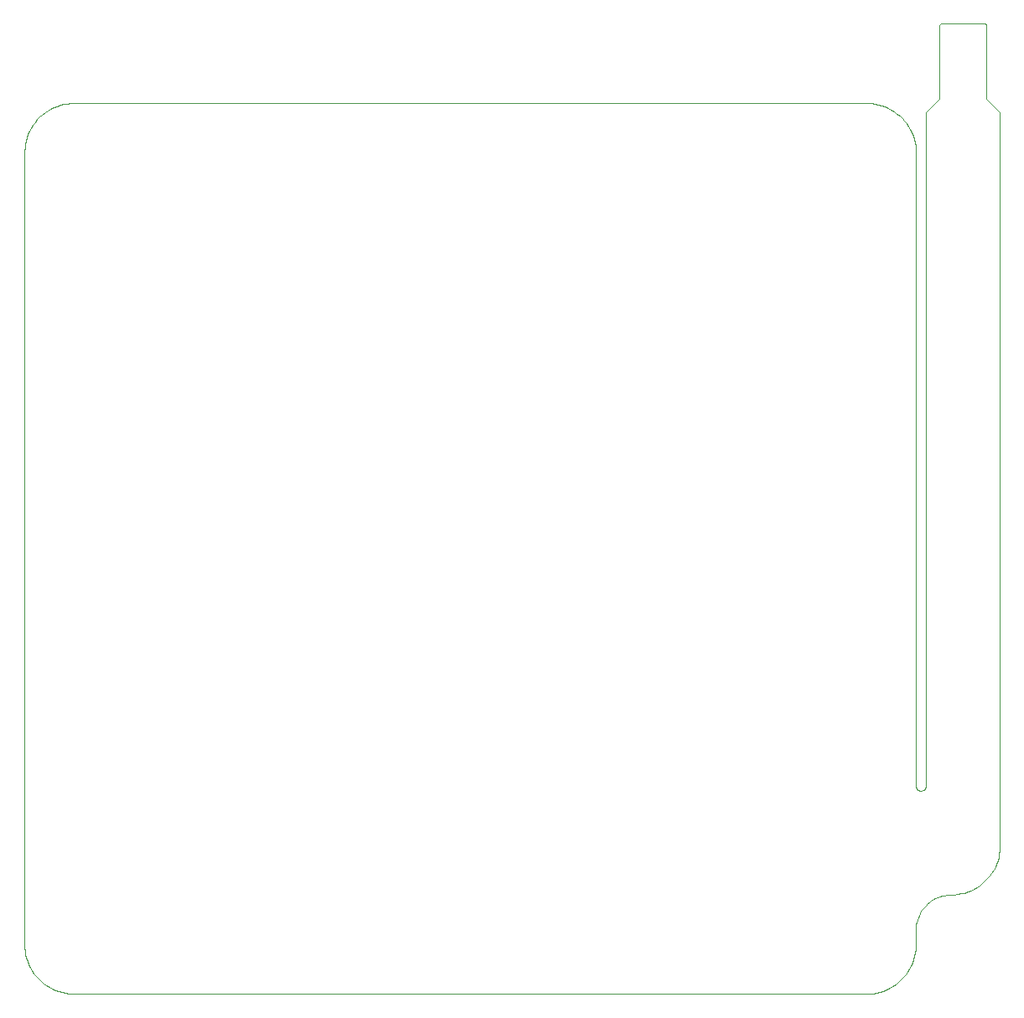
<source format=gbr>
%FSLAX23Y23*%
%MOIN*%
%SFA1B1*%

%IPPOS*%
%ADD92C,0.001000*%
%LNmirror_pcb1_profile-1*%
%LPD*%
G54D92*
X0Y196D02*
D01*
X0Y183*
X1Y169*
X4Y155*
X7Y142*
X11Y129*
X17Y116*
X23Y104*
X29Y92*
X37Y81*
X46Y70*
X55Y60*
X65Y50*
X75Y41*
X86Y33*
X98Y26*
X110Y19*
X123Y14*
X136Y9*
X149Y5*
X162Y2*
X176Y1*
X189Y0*
X196Y0*
X3346*
D01*
X3360Y0*
X3373Y1*
X3387Y4*
X3400Y7*
X3413Y11*
X3426Y17*
X3438Y23*
X3450Y29*
X3462Y37*
X3472Y46*
X3483Y55*
X3492Y65*
X3501Y75*
X3509Y86*
X3516Y98*
X3523Y110*
X3528Y123*
X3533Y136*
X3537Y149*
X3540Y162*
X3542Y176*
X3543Y189*
X3543Y196*
Y255*
D01*
X3543Y265*
X3544Y275*
X3546Y284*
X3548Y293*
X3551Y303*
X3555Y311*
X3559Y320*
X3564Y328*
X3569Y336*
X3575Y344*
X3581Y351*
X3588Y358*
X3596Y364*
X3604Y370*
X3612Y375*
X3620Y379*
X3629Y383*
X3638Y386*
X3647Y389*
X3657Y391*
X3666Y392*
X3676Y393*
X3681Y393*
D01*
X3694Y394*
X3708Y395*
X3722Y398*
X3735Y401*
X3748Y405*
X3761Y410*
X3773Y416*
X3785Y423*
X3796Y431*
X3807Y439*
X3817Y448*
X3827Y458*
X3836Y469*
X3844Y480*
X3851Y492*
X3858Y504*
X3863Y516*
X3868Y529*
X3872Y542*
X3874Y556*
X3876Y569*
X3877Y583*
X3877Y590*
Y3507*
X3824Y3561*
Y3852*
X3818Y3858*
X3641*
X3635Y3852*
Y3561*
X3582Y3507*
Y826*
D01*
X3582Y825*
X3582Y824*
X3582Y822*
X3581Y821*
X3581Y820*
X3580Y818*
X3580Y817*
X3579Y816*
X3578Y815*
X3578Y814*
X3577Y813*
X3576Y812*
X3575Y811*
X3573Y810*
X3572Y809*
X3571Y809*
X3570Y808*
X3569Y808*
X3567Y807*
X3566Y807*
X3565Y807*
X3563Y807*
X3562Y807*
D01*
X3561Y807*
X3560Y807*
X3558Y807*
X3557Y807*
X3556Y808*
X3554Y808*
X3553Y809*
X3552Y810*
X3551Y810*
X3550Y811*
X3549Y812*
X3548Y813*
X3547Y814*
X3546Y815*
X3545Y816*
X3545Y818*
X3544Y819*
X3544Y820*
X3543Y822*
X3543Y823*
X3543Y824*
X3543Y826*
X3543Y826*
Y3346*
D01*
X3542Y3360*
X3541Y3373*
X3539Y3387*
X3535Y3400*
X3531Y3413*
X3526Y3426*
X3520Y3438*
X3513Y3450*
X3505Y3462*
X3497Y3472*
X3488Y3483*
X3478Y3492*
X3467Y3501*
X3456Y3509*
X3444Y3516*
X3432Y3523*
X3420Y3528*
X3407Y3533*
X3394Y3537*
X3380Y3540*
X3367Y3542*
X3353Y3543*
X3346Y3543*
X196*
D01*
X183Y3542*
X169Y3541*
X155Y3539*
X142Y3535*
X129Y3531*
X116Y3526*
X104Y3520*
X92Y3513*
X81Y3505*
X70Y3497*
X60Y3488*
X50Y3478*
X41Y3467*
X33Y3456*
X26Y3444*
X19Y3432*
X14Y3420*
X9Y3407*
X5Y3394*
X2Y3380*
X1Y3367*
X0Y3353*
X0Y3346*
Y196*
M02*
</source>
